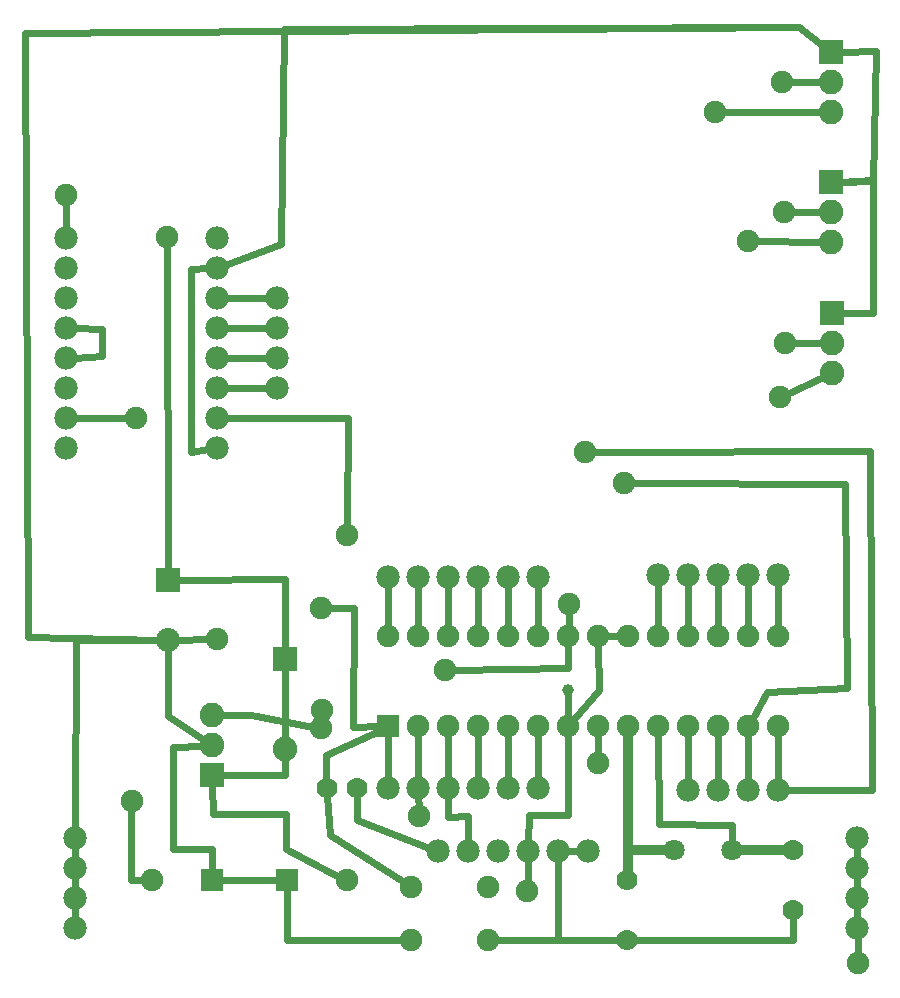
<source format=gbl>
G04 MADE WITH FRITZING*
G04 WWW.FRITZING.ORG*
G04 DOUBLE SIDED*
G04 HOLES PLATED*
G04 CONTOUR ON CENTER OF CONTOUR VECTOR*
%ASAXBY*%
%FSLAX23Y23*%
%MOIN*%
%OFA0B0*%
%SFA1.0B1.0*%
%ADD10C,0.082000*%
%ADD11C,0.075433*%
%ADD12C,0.039370*%
%ADD13C,0.075000*%
%ADD14C,0.070925*%
%ADD15C,0.070866*%
%ADD16C,0.070000*%
%ADD17C,0.080000*%
%ADD18C,0.078000*%
%ADD19R,0.082000X0.082000*%
%ADD20R,0.075000X0.075000*%
%ADD21R,0.080000X0.080000*%
%ADD22C,0.024000*%
%ADD23C,0.032000*%
%LNCOPPER0*%
G90*
G70*
G54D10*
X2718Y3102D03*
X2718Y3002D03*
X2718Y2902D03*
X2722Y2232D03*
X2722Y2132D03*
X2722Y2032D03*
X2718Y2667D03*
X2718Y2567D03*
X2718Y2467D03*
G54D11*
X171Y2624D03*
X2031Y1665D03*
X1900Y1767D03*
X2567Y2130D03*
X2563Y2569D03*
X2557Y3001D03*
X507Y2484D03*
X404Y1882D03*
X2333Y2902D03*
X2444Y2472D03*
X2548Y1950D03*
X1107Y1491D03*
X1707Y306D03*
X2811Y65D03*
G54D12*
X1844Y974D03*
G54D13*
X657Y340D03*
X457Y340D03*
X907Y340D03*
X1107Y340D03*
X1321Y319D03*
X1576Y319D03*
X1321Y142D03*
X1576Y142D03*
G54D10*
X900Y1077D03*
X900Y779D03*
X900Y1077D03*
X900Y779D03*
X657Y690D03*
X657Y790D03*
X657Y890D03*
G54D13*
X1020Y1248D03*
X1020Y848D03*
G54D14*
X2390Y443D03*
G54D15*
X2197Y443D03*
G54D16*
X2592Y441D03*
X2592Y241D03*
X1138Y649D03*
X1038Y649D03*
X2041Y142D03*
X2041Y342D03*
G54D17*
X508Y1343D03*
X508Y1143D03*
G54D11*
X672Y1144D03*
X1942Y730D03*
X1345Y555D03*
X1847Y1263D03*
X1433Y1043D03*
G54D18*
X170Y2082D03*
X170Y1982D03*
X170Y1882D03*
X170Y1782D03*
X170Y2482D03*
X170Y2382D03*
X170Y2282D03*
X170Y2182D03*
X672Y2482D03*
X672Y2382D03*
X672Y2282D03*
X672Y2182D03*
X872Y2282D03*
X872Y2182D03*
X872Y2082D03*
X872Y1982D03*
X672Y2082D03*
X672Y1982D03*
X672Y1882D03*
X672Y1782D03*
G54D13*
X1244Y855D03*
X1244Y1155D03*
X1344Y855D03*
X1344Y1155D03*
X1444Y855D03*
X1444Y1155D03*
X1544Y855D03*
X1544Y1155D03*
X1644Y855D03*
X1644Y1155D03*
X1744Y855D03*
X1744Y1155D03*
X1844Y855D03*
X1844Y1155D03*
X1944Y855D03*
X1944Y1155D03*
X2044Y855D03*
X2044Y1155D03*
X2144Y855D03*
X2144Y1155D03*
X2244Y855D03*
X2244Y1155D03*
X2344Y855D03*
X2344Y1155D03*
X2444Y855D03*
X2444Y1155D03*
X2544Y855D03*
X2544Y1155D03*
G54D18*
X1408Y437D03*
X1508Y437D03*
X1608Y437D03*
X1708Y437D03*
X1808Y437D03*
X1908Y437D03*
X1244Y1353D03*
X1344Y1353D03*
X1444Y1353D03*
X1544Y1353D03*
X1644Y1353D03*
X1744Y1353D03*
X2142Y1358D03*
X2242Y1358D03*
X2342Y1358D03*
X2442Y1358D03*
X2542Y1358D03*
X199Y482D03*
X199Y382D03*
X199Y282D03*
X199Y182D03*
X2807Y482D03*
X2807Y382D03*
X2807Y282D03*
X2807Y182D03*
X2243Y641D03*
X2343Y641D03*
X2443Y641D03*
X2543Y641D03*
X1244Y647D03*
X1344Y647D03*
X1444Y647D03*
X1544Y647D03*
X1644Y647D03*
X1744Y647D03*
G54D11*
X388Y604D03*
X1022Y907D03*
G54D19*
X2718Y3102D03*
X2722Y2232D03*
X2718Y2667D03*
G54D20*
X657Y340D03*
X907Y340D03*
G54D19*
X900Y1078D03*
X900Y1078D03*
X657Y690D03*
G54D21*
X508Y1343D03*
G54D20*
X1244Y855D03*
G54D22*
X1929Y1767D02*
X2851Y1773D01*
D02*
X507Y2455D02*
X508Y1374D01*
D02*
X842Y2282D02*
X702Y2282D01*
D02*
X842Y2182D02*
X702Y2182D01*
D02*
X842Y2082D02*
X702Y2082D01*
D02*
X842Y1982D02*
X702Y1982D01*
D02*
X289Y2087D02*
X200Y2083D01*
D02*
X288Y2178D02*
X289Y2087D01*
D02*
X200Y2181D02*
X288Y2178D01*
D02*
X200Y1882D02*
X375Y1882D01*
D02*
X2693Y2018D02*
X2574Y1962D01*
D02*
X2690Y2132D02*
X2595Y2130D01*
D02*
X2859Y2232D02*
X2861Y2676D01*
D02*
X2861Y2676D02*
X2750Y2669D01*
D02*
X2754Y2232D02*
X2859Y2232D01*
D02*
X2861Y2673D02*
X2868Y3104D01*
D02*
X2868Y3104D02*
X2750Y3103D01*
D02*
X2750Y2668D02*
X2861Y2673D01*
D02*
X896Y3178D02*
X2612Y3184D01*
D02*
X2612Y3184D02*
X33Y3166D01*
D02*
X2612Y3184D02*
X2693Y3122D01*
D02*
X885Y2462D02*
X896Y3178D01*
D02*
X33Y3166D02*
X43Y1151D01*
D02*
X700Y2393D02*
X885Y2462D01*
D02*
X43Y1151D02*
X477Y1143D01*
D02*
X2686Y3002D02*
X2586Y3001D01*
D02*
X2592Y2569D02*
X2686Y2568D01*
D02*
X2362Y2902D02*
X2686Y2902D01*
D02*
X2686Y2468D02*
X2473Y2472D01*
D02*
X2855Y643D02*
X2573Y641D01*
D02*
X2851Y1773D02*
X2855Y643D01*
D02*
X2766Y1662D02*
X2773Y980D01*
D02*
X2773Y980D02*
X2507Y969D01*
D02*
X2507Y969D02*
X2458Y880D01*
D02*
X2060Y1665D02*
X2766Y1662D01*
D02*
X585Y1769D02*
X585Y2377D01*
D02*
X585Y2377D02*
X642Y2380D01*
D02*
X642Y1778D02*
X585Y1769D01*
D02*
X702Y1882D02*
X1110Y1880D01*
D02*
X1110Y1880D02*
X1107Y1520D01*
D02*
X170Y2512D02*
X171Y2595D01*
D02*
X1708Y335D02*
X1708Y407D01*
D02*
X2807Y452D02*
X2807Y212D01*
D02*
X2808Y152D02*
X2810Y94D01*
D02*
X203Y1143D02*
X477Y1143D01*
D02*
X200Y512D02*
X203Y1143D01*
D02*
X199Y212D02*
X199Y452D01*
D02*
X1048Y490D02*
X1040Y623D01*
D02*
X1296Y334D02*
X1048Y490D01*
D02*
X1035Y759D02*
X1218Y843D01*
D02*
X1037Y675D02*
X1035Y759D01*
D02*
X540Y1343D02*
X898Y1344D01*
D02*
X898Y1344D02*
X900Y811D01*
D02*
X540Y1143D02*
X643Y1144D01*
D02*
X509Y1112D02*
X511Y889D01*
D02*
X511Y889D02*
X630Y808D01*
D02*
X525Y786D02*
X527Y444D01*
D02*
X527Y444D02*
X656Y444D01*
D02*
X625Y789D02*
X525Y786D01*
D02*
X656Y444D02*
X656Y368D01*
D02*
X385Y340D02*
X387Y575D01*
D02*
X428Y340D02*
X385Y340D01*
D02*
X902Y560D02*
X658Y562D01*
D02*
X658Y562D02*
X657Y658D01*
D02*
X902Y446D02*
X902Y560D01*
D02*
X1081Y353D02*
X902Y446D01*
D02*
X900Y693D02*
X900Y1045D01*
D02*
X689Y690D02*
X900Y693D01*
D02*
X685Y340D02*
X878Y340D01*
D02*
X1292Y142D02*
X907Y140D01*
D02*
X907Y140D02*
X907Y311D01*
D02*
X1605Y142D02*
X1809Y140D01*
D02*
X1808Y407D02*
X1809Y140D01*
D02*
X1809Y140D02*
X2015Y142D01*
D02*
X2067Y142D02*
X2593Y142D01*
D02*
X2593Y142D02*
X2592Y215D01*
G54D23*
D02*
X2044Y440D02*
X2044Y821D01*
D02*
X2042Y374D02*
X2044Y440D01*
D02*
X2044Y440D02*
X2165Y442D01*
G54D22*
D02*
X2389Y526D02*
X2390Y470D01*
D02*
X2147Y529D02*
X2389Y526D01*
D02*
X2144Y827D02*
X2147Y529D01*
G54D23*
D02*
X2560Y441D02*
X2423Y443D01*
G54D22*
D02*
X1844Y827D02*
X1844Y557D01*
D02*
X1844Y557D02*
X1713Y557D01*
D02*
X1713Y557D02*
X1709Y467D01*
D02*
X1444Y553D02*
X1509Y555D01*
D02*
X1509Y555D02*
X1509Y467D01*
D02*
X1444Y617D02*
X1444Y553D01*
D02*
X1140Y542D02*
X1380Y448D01*
D02*
X1139Y623D02*
X1140Y542D01*
D02*
X1844Y955D02*
X1844Y884D01*
D02*
X689Y890D02*
X787Y891D01*
D02*
X787Y891D02*
X992Y853D01*
D02*
X1944Y1127D02*
X1947Y975D01*
D02*
X1947Y975D02*
X1863Y877D01*
D02*
X2544Y827D02*
X2543Y671D01*
D02*
X2444Y827D02*
X2443Y671D01*
D02*
X2344Y827D02*
X2343Y671D01*
D02*
X2244Y827D02*
X2243Y671D01*
D02*
X2544Y1184D02*
X2543Y1328D01*
D02*
X2444Y1184D02*
X2443Y1328D01*
D02*
X2344Y1184D02*
X2343Y1328D01*
D02*
X2244Y1184D02*
X2243Y1328D01*
D02*
X2144Y1184D02*
X2143Y1328D01*
D02*
X1846Y1234D02*
X1845Y1184D01*
D02*
X1943Y827D02*
X1942Y759D01*
D02*
X1744Y827D02*
X1744Y677D01*
D02*
X1644Y827D02*
X1644Y677D01*
D02*
X1544Y827D02*
X1544Y677D01*
D02*
X1444Y827D02*
X1444Y677D01*
D02*
X1344Y827D02*
X1344Y677D01*
D02*
X1244Y677D02*
X1244Y827D01*
D02*
X1129Y1249D02*
X1127Y853D01*
D02*
X1127Y853D02*
X1215Y855D01*
D02*
X1049Y1248D02*
X1129Y1249D01*
D02*
X1244Y1323D02*
X1244Y1184D01*
D02*
X1344Y1323D02*
X1344Y1184D01*
D02*
X1444Y1323D02*
X1444Y1184D01*
D02*
X1544Y1323D02*
X1544Y1184D01*
D02*
X1644Y1323D02*
X1644Y1184D01*
D02*
X1744Y1323D02*
X1744Y1184D01*
D02*
X2015Y1155D02*
X1973Y1155D01*
D02*
X1838Y437D02*
X1878Y437D01*
D02*
X1344Y617D02*
X1345Y584D01*
D02*
X1462Y1043D02*
X1844Y1047D01*
D02*
X1844Y1047D02*
X1844Y1127D01*
G04 End of Copper0*
M02*
</source>
